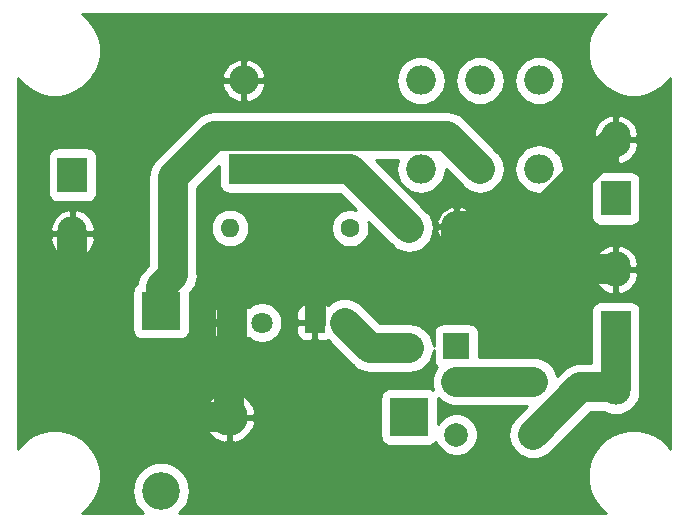
<source format=gbr>
G04 #@! TF.GenerationSoftware,KiCad,Pcbnew,(5.1.4)-1*
G04 #@! TF.CreationDate,2021-06-13T22:04:23-03:00*
G04 #@! TF.ProjectId,FUENTE,4655454e-5445-42e6-9b69-6361645f7063,rev?*
G04 #@! TF.SameCoordinates,Original*
G04 #@! TF.FileFunction,Copper,L1,Top*
G04 #@! TF.FilePolarity,Positive*
%FSLAX46Y46*%
G04 Gerber Fmt 4.6, Leading zero omitted, Abs format (unit mm)*
G04 Created by KiCad (PCBNEW (5.1.4)-1) date 2021-06-13 22:04:23*
%MOMM*%
%LPD*%
G04 APERTURE LIST*
%ADD10O,2.500000X3.000000*%
%ADD11R,2.500000X3.000000*%
%ADD12O,3.200000X3.200000*%
%ADD13R,3.200000X3.200000*%
%ADD14C,1.800000*%
%ADD15R,1.800000X1.800000*%
%ADD16C,2.000000*%
%ADD17O,2.500000X2.500000*%
%ADD18R,2.500000X2.500000*%
%ADD19O,1.600000X1.600000*%
%ADD20C,1.600000*%
%ADD21O,2.200000X2.200000*%
%ADD22R,2.200000X2.200000*%
%ADD23C,2.500000*%
%ADD24C,1.799800*%
%ADD25C,0.254000*%
G04 APERTURE END LIST*
D10*
X220500000Y-109500000D03*
D11*
X220500000Y-114500000D03*
D10*
X220500000Y-119500000D03*
D12*
X187760000Y-122000000D03*
D13*
X203000000Y-122000000D03*
D10*
X220500000Y-98500000D03*
D11*
X220500000Y-103500000D03*
D10*
X174500000Y-106500000D03*
D11*
X174500000Y-101500000D03*
D14*
X197540000Y-114000000D03*
D15*
X195000000Y-114000000D03*
D16*
X213500000Y-119000000D03*
X213500000Y-123500000D03*
X207000000Y-119000000D03*
X207000000Y-123500000D03*
D14*
X190540000Y-114000000D03*
D15*
X188000000Y-114000000D03*
D17*
X189000000Y-93500000D03*
X204000000Y-93500000D03*
X209000000Y-93500000D03*
X214000000Y-93500000D03*
X214000000Y-101000000D03*
X209000000Y-101000000D03*
X204000000Y-101000000D03*
D18*
X189000000Y-101000000D03*
D19*
X203000000Y-116160000D03*
D20*
X203000000Y-106000000D03*
D19*
X187840000Y-106000000D03*
D20*
X198000000Y-106000000D03*
D21*
X207000000Y-105840000D03*
D22*
X207000000Y-116000000D03*
D12*
X182000000Y-128240000D03*
D13*
X182000000Y-113000000D03*
D23*
X207000000Y-119000000D02*
X213500000Y-119000000D01*
X206199600Y-98199600D02*
X209000000Y-101000000D01*
X186510398Y-98199600D02*
X206199600Y-98199600D01*
X183000000Y-101709998D02*
X186510398Y-98199600D01*
X183000000Y-110000000D02*
X183000000Y-101709998D01*
X182000000Y-113000000D02*
X182000000Y-111000000D01*
X182000000Y-111000000D02*
X183000000Y-110000000D01*
X214375000Y-105840000D02*
X214375000Y-107125000D01*
X214375000Y-107125000D02*
X216750000Y-109500000D01*
X220500000Y-98500000D02*
X214375000Y-104625000D01*
X214375000Y-104625000D02*
X214375000Y-105840000D01*
X207000000Y-105840000D02*
X214375000Y-105840000D01*
X207000000Y-105840000D02*
X207000000Y-109440000D01*
X195000000Y-110600000D02*
X205840000Y-110600000D01*
X205840000Y-110600000D02*
X207000000Y-109440000D01*
X188000000Y-110600000D02*
X195000000Y-110600000D01*
X220500000Y-109500000D02*
X216750000Y-109500000D01*
X188000000Y-110600000D02*
X188000000Y-109763000D01*
D24*
X195000000Y-110950100D02*
X195000000Y-110600000D01*
D23*
X188000000Y-114000000D02*
X188000000Y-110600000D01*
X188000000Y-114527500D02*
X188000000Y-114000000D01*
X188000000Y-114527500D02*
X188000000Y-117400000D01*
D24*
X195000000Y-114000000D02*
X195000000Y-110950100D01*
D23*
X187760000Y-122000000D02*
X187760000Y-117900000D01*
X188000000Y-117400000D02*
X188000000Y-117660000D01*
X188000000Y-117660000D02*
X187760000Y-117900000D01*
X185497259Y-122000000D02*
X187760000Y-122000000D01*
X185009998Y-122000000D02*
X185497259Y-122000000D01*
X174500000Y-111490002D02*
X185009998Y-122000000D01*
X174500000Y-106500000D02*
X174500000Y-111490002D01*
X220500000Y-119500000D02*
X218625000Y-119500000D01*
X189000000Y-101000000D02*
X198000000Y-101000000D01*
X198000000Y-101000000D02*
X203000000Y-106000000D01*
X217500000Y-119500000D02*
X213500000Y-123500000D01*
X218625000Y-119500000D02*
X217500000Y-119500000D01*
X220500000Y-119500000D02*
X220500000Y-114500000D01*
X203000000Y-116160000D02*
X199700000Y-116160000D01*
X199700000Y-116160000D02*
X197540000Y-114000000D01*
D25*
G36*
X219527769Y-87987578D02*
G01*
X218987578Y-88527769D01*
X218563153Y-89162967D01*
X218270804Y-89868761D01*
X218121765Y-90618027D01*
X218121765Y-91381973D01*
X218270804Y-92131239D01*
X218563153Y-92837033D01*
X218987578Y-93472231D01*
X219527769Y-94012422D01*
X220162967Y-94436847D01*
X220868761Y-94729196D01*
X221618027Y-94878235D01*
X222381973Y-94878235D01*
X223131239Y-94729196D01*
X223837033Y-94436847D01*
X224472231Y-94012422D01*
X225012422Y-93472231D01*
X225123001Y-93306738D01*
X225123000Y-124693261D01*
X225012422Y-124527769D01*
X224472231Y-123987578D01*
X223837033Y-123563153D01*
X223131239Y-123270804D01*
X222381973Y-123121765D01*
X221618027Y-123121765D01*
X220868761Y-123270804D01*
X220162967Y-123563153D01*
X219527769Y-123987578D01*
X218987578Y-124527769D01*
X218563153Y-125162967D01*
X218270804Y-125868761D01*
X218121765Y-126618027D01*
X218121765Y-127381973D01*
X218270804Y-128131239D01*
X218563153Y-128837033D01*
X218987578Y-129472231D01*
X219527769Y-130012422D01*
X219693261Y-130123000D01*
X183531261Y-130123000D01*
X183724452Y-129964452D01*
X184027741Y-129594893D01*
X184253105Y-129173267D01*
X184391883Y-128715775D01*
X184438743Y-128240000D01*
X184391883Y-127764225D01*
X184253105Y-127306733D01*
X184027741Y-126885107D01*
X183724452Y-126515548D01*
X183354893Y-126212259D01*
X182933267Y-125986895D01*
X182475775Y-125848117D01*
X182119228Y-125813000D01*
X181880772Y-125813000D01*
X181524225Y-125848117D01*
X181066733Y-125986895D01*
X180645107Y-126212259D01*
X180275548Y-126515548D01*
X179972259Y-126885107D01*
X179746895Y-127306733D01*
X179608117Y-127764225D01*
X179561257Y-128240000D01*
X179608117Y-128715775D01*
X179746895Y-129173267D01*
X179972259Y-129594893D01*
X180275548Y-129964452D01*
X180468739Y-130123000D01*
X175306739Y-130123000D01*
X175472231Y-130012422D01*
X176012422Y-129472231D01*
X176436847Y-128837033D01*
X176729196Y-128131239D01*
X176878235Y-127381973D01*
X176878235Y-126618027D01*
X176729196Y-125868761D01*
X176436847Y-125162967D01*
X176012422Y-124527769D01*
X175472231Y-123987578D01*
X174837033Y-123563153D01*
X174131239Y-123270804D01*
X173381973Y-123121765D01*
X172618027Y-123121765D01*
X171868761Y-123270804D01*
X171162967Y-123563153D01*
X170527769Y-123987578D01*
X169987578Y-124527769D01*
X169877000Y-124693261D01*
X169877000Y-122474503D01*
X185575950Y-122474503D01*
X185680407Y-122818861D01*
X185880118Y-123208835D01*
X186152071Y-123552354D01*
X186485816Y-123836217D01*
X186868527Y-124049516D01*
X187285497Y-124184053D01*
X187633000Y-124072642D01*
X187633000Y-122127000D01*
X187887000Y-122127000D01*
X187887000Y-124072642D01*
X188234503Y-124184053D01*
X188651473Y-124049516D01*
X189034184Y-123836217D01*
X189367929Y-123552354D01*
X189639882Y-123208835D01*
X189839593Y-122818861D01*
X189944050Y-122474503D01*
X189832362Y-122127000D01*
X187887000Y-122127000D01*
X187633000Y-122127000D01*
X185687638Y-122127000D01*
X185575950Y-122474503D01*
X169877000Y-122474503D01*
X169877000Y-121525497D01*
X185575950Y-121525497D01*
X185687638Y-121873000D01*
X187633000Y-121873000D01*
X187633000Y-119927358D01*
X187887000Y-119927358D01*
X187887000Y-121873000D01*
X189832362Y-121873000D01*
X189944050Y-121525497D01*
X189839593Y-121181139D01*
X189639882Y-120791165D01*
X189367929Y-120447646D01*
X189034184Y-120163783D01*
X188651473Y-119950484D01*
X188234503Y-119815947D01*
X187887000Y-119927358D01*
X187633000Y-119927358D01*
X187285497Y-119815947D01*
X186868527Y-119950484D01*
X186485816Y-120163783D01*
X186152071Y-120447646D01*
X185880118Y-120791165D01*
X185680407Y-121181139D01*
X185575950Y-121525497D01*
X169877000Y-121525497D01*
X169877000Y-111400000D01*
X179568999Y-111400000D01*
X179568999Y-114600000D01*
X179584966Y-114762120D01*
X179632255Y-114918010D01*
X179709048Y-115061679D01*
X179812394Y-115187606D01*
X179938321Y-115290952D01*
X180081990Y-115367745D01*
X180237880Y-115415034D01*
X180400000Y-115431001D01*
X183600000Y-115431001D01*
X183762120Y-115415034D01*
X183918010Y-115367745D01*
X184061679Y-115290952D01*
X184187606Y-115187606D01*
X184290952Y-115061679D01*
X184367745Y-114918010D01*
X184373208Y-114900000D01*
X186461928Y-114900000D01*
X186474188Y-115024482D01*
X186510498Y-115144180D01*
X186569463Y-115254494D01*
X186648815Y-115351185D01*
X186745506Y-115430537D01*
X186855820Y-115489502D01*
X186975518Y-115525812D01*
X187100000Y-115538072D01*
X187714250Y-115535000D01*
X187873000Y-115376250D01*
X187873000Y-114127000D01*
X186623750Y-114127000D01*
X186465000Y-114285750D01*
X186461928Y-114900000D01*
X184373208Y-114900000D01*
X184415034Y-114762120D01*
X184431001Y-114600000D01*
X184431001Y-113100000D01*
X186461928Y-113100000D01*
X186465000Y-113714250D01*
X186623750Y-113873000D01*
X187873000Y-113873000D01*
X187873000Y-112623750D01*
X188127000Y-112623750D01*
X188127000Y-113873000D01*
X188147000Y-113873000D01*
X188147000Y-114127000D01*
X188127000Y-114127000D01*
X188127000Y-115376250D01*
X188285750Y-115535000D01*
X188900000Y-115538072D01*
X189024482Y-115525812D01*
X189144180Y-115489502D01*
X189254494Y-115430537D01*
X189351185Y-115351185D01*
X189395203Y-115297549D01*
X189439102Y-115341448D01*
X189721959Y-115530447D01*
X190036253Y-115660632D01*
X190369905Y-115727000D01*
X190710095Y-115727000D01*
X191043747Y-115660632D01*
X191358041Y-115530447D01*
X191640898Y-115341448D01*
X191881448Y-115100898D01*
X192015683Y-114900000D01*
X193461928Y-114900000D01*
X193474188Y-115024482D01*
X193510498Y-115144180D01*
X193569463Y-115254494D01*
X193648815Y-115351185D01*
X193745506Y-115430537D01*
X193855820Y-115489502D01*
X193975518Y-115525812D01*
X194100000Y-115538072D01*
X194714250Y-115535000D01*
X194873000Y-115376250D01*
X194873000Y-114127000D01*
X193623750Y-114127000D01*
X193465000Y-114285750D01*
X193461928Y-114900000D01*
X192015683Y-114900000D01*
X192070447Y-114818041D01*
X192200632Y-114503747D01*
X192267000Y-114170095D01*
X192267000Y-113829905D01*
X192200632Y-113496253D01*
X192070447Y-113181959D01*
X192015684Y-113100000D01*
X193461928Y-113100000D01*
X193465000Y-113714250D01*
X193623750Y-113873000D01*
X194873000Y-113873000D01*
X194873000Y-112623750D01*
X195127000Y-112623750D01*
X195127000Y-113873000D01*
X195147000Y-113873000D01*
X195147000Y-114127000D01*
X195127000Y-114127000D01*
X195127000Y-115376250D01*
X195285750Y-115535000D01*
X195900000Y-115538072D01*
X196024482Y-115525812D01*
X196104283Y-115501604D01*
X198159187Y-117556508D01*
X198224233Y-117635767D01*
X198540498Y-117895318D01*
X198901321Y-118088182D01*
X199292837Y-118206947D01*
X199597971Y-118237000D01*
X199597972Y-118237000D01*
X199699999Y-118247049D01*
X199802026Y-118237000D01*
X203102029Y-118237000D01*
X203407163Y-118206947D01*
X203798679Y-118088182D01*
X204159502Y-117895318D01*
X204475767Y-117635767D01*
X204735318Y-117319502D01*
X204928182Y-116958679D01*
X205046947Y-116567163D01*
X205068999Y-116343265D01*
X205068999Y-117100000D01*
X205084966Y-117262120D01*
X205132255Y-117418010D01*
X205209048Y-117561679D01*
X205312394Y-117687606D01*
X205358861Y-117725740D01*
X205264682Y-117840498D01*
X205071818Y-118201321D01*
X204953053Y-118592837D01*
X204912951Y-119000000D01*
X204953053Y-119407163D01*
X205041329Y-119698171D01*
X204918010Y-119632255D01*
X204762120Y-119584966D01*
X204600000Y-119568999D01*
X201400000Y-119568999D01*
X201237880Y-119584966D01*
X201081990Y-119632255D01*
X200938321Y-119709048D01*
X200812394Y-119812394D01*
X200709048Y-119938321D01*
X200632255Y-120081990D01*
X200584966Y-120237880D01*
X200568999Y-120400000D01*
X200568999Y-123600000D01*
X200584966Y-123762120D01*
X200632255Y-123918010D01*
X200709048Y-124061679D01*
X200812394Y-124187606D01*
X200938321Y-124290952D01*
X201081990Y-124367745D01*
X201237880Y-124415034D01*
X201400000Y-124431001D01*
X204600000Y-124431001D01*
X204762120Y-124415034D01*
X204918010Y-124367745D01*
X205061679Y-124290952D01*
X205187606Y-124187606D01*
X205267142Y-124090691D01*
X205380934Y-124365409D01*
X205580876Y-124664645D01*
X205835355Y-124919124D01*
X206134591Y-125119066D01*
X206467084Y-125256789D01*
X206820056Y-125327000D01*
X207179944Y-125327000D01*
X207532916Y-125256789D01*
X207865409Y-125119066D01*
X208164645Y-124919124D01*
X208419124Y-124664645D01*
X208619066Y-124365409D01*
X208756789Y-124032916D01*
X208827000Y-123679944D01*
X208827000Y-123320056D01*
X208756789Y-122967084D01*
X208619066Y-122634591D01*
X208419124Y-122335355D01*
X208164645Y-122080876D01*
X207865409Y-121880934D01*
X207532916Y-121743211D01*
X207179944Y-121673000D01*
X206820056Y-121673000D01*
X206467084Y-121743211D01*
X206134591Y-121880934D01*
X205835355Y-122080876D01*
X205580876Y-122335355D01*
X205431001Y-122559660D01*
X205431001Y-120400000D01*
X205426766Y-120357003D01*
X205524233Y-120475767D01*
X205840498Y-120735318D01*
X206201321Y-120928182D01*
X206592837Y-121046947D01*
X206897971Y-121077000D01*
X212985679Y-121077000D01*
X211959194Y-122103485D01*
X211764683Y-122340498D01*
X211571819Y-122701321D01*
X211453054Y-123092837D01*
X211412951Y-123500000D01*
X211453054Y-123907163D01*
X211571819Y-124298679D01*
X211764683Y-124659502D01*
X212024234Y-124975766D01*
X212340498Y-125235317D01*
X212701321Y-125428181D01*
X213092837Y-125546946D01*
X213500000Y-125587049D01*
X213907163Y-125546946D01*
X214298679Y-125428181D01*
X214659502Y-125235317D01*
X214896515Y-125040806D01*
X218360322Y-121577000D01*
X219512024Y-121577000D01*
X219701322Y-121678182D01*
X220092838Y-121796947D01*
X220500000Y-121837049D01*
X220907163Y-121796947D01*
X221298679Y-121678182D01*
X221659502Y-121485318D01*
X221975767Y-121225767D01*
X222235318Y-120909502D01*
X222428182Y-120548678D01*
X222546947Y-120157162D01*
X222577000Y-119852028D01*
X222577000Y-119602028D01*
X222587049Y-119500000D01*
X222577000Y-119397971D01*
X222577000Y-116040624D01*
X222581001Y-116000000D01*
X222581001Y-113000000D01*
X222565034Y-112837880D01*
X222517745Y-112681990D01*
X222440952Y-112538321D01*
X222337606Y-112412394D01*
X222211679Y-112309048D01*
X222068010Y-112232255D01*
X221912120Y-112184966D01*
X221750000Y-112168999D01*
X219250000Y-112168999D01*
X219087880Y-112184966D01*
X218931990Y-112232255D01*
X218788321Y-112309048D01*
X218662394Y-112412394D01*
X218559048Y-112538321D01*
X218482255Y-112681990D01*
X218434966Y-112837880D01*
X218418999Y-113000000D01*
X218418999Y-116000000D01*
X218423001Y-116040631D01*
X218423000Y-117423000D01*
X217602026Y-117423000D01*
X217499999Y-117412951D01*
X217397972Y-117423000D01*
X217397971Y-117423000D01*
X217092837Y-117453053D01*
X216701321Y-117571818D01*
X216340498Y-117764682D01*
X216024233Y-118024233D01*
X215959192Y-118103486D01*
X215529001Y-118533677D01*
X215428182Y-118201321D01*
X215235318Y-117840498D01*
X214975767Y-117524233D01*
X214659502Y-117264682D01*
X214298679Y-117071818D01*
X213907163Y-116953053D01*
X213602029Y-116923000D01*
X208931001Y-116923000D01*
X208931001Y-114900000D01*
X208915034Y-114737880D01*
X208867745Y-114581990D01*
X208790952Y-114438321D01*
X208687606Y-114312394D01*
X208561679Y-114209048D01*
X208418010Y-114132255D01*
X208262120Y-114084966D01*
X208100000Y-114068999D01*
X205900000Y-114068999D01*
X205737880Y-114084966D01*
X205581990Y-114132255D01*
X205438321Y-114209048D01*
X205312394Y-114312394D01*
X205209048Y-114438321D01*
X205132255Y-114581990D01*
X205084966Y-114737880D01*
X205068999Y-114900000D01*
X205068999Y-115976735D01*
X205046947Y-115752837D01*
X204928182Y-115361321D01*
X204735318Y-115000498D01*
X204475767Y-114684233D01*
X204159502Y-114424682D01*
X203798679Y-114231818D01*
X203407163Y-114113053D01*
X203102029Y-114083000D01*
X200560321Y-114083000D01*
X198936515Y-112459194D01*
X198699502Y-112264683D01*
X198338679Y-112071819D01*
X197947163Y-111953054D01*
X197540000Y-111912951D01*
X197132837Y-111953054D01*
X196741321Y-112071819D01*
X196380498Y-112264683D01*
X196098030Y-112496498D01*
X196024482Y-112474188D01*
X195900000Y-112461928D01*
X195285750Y-112465000D01*
X195127000Y-112623750D01*
X194873000Y-112623750D01*
X194714250Y-112465000D01*
X194100000Y-112461928D01*
X193975518Y-112474188D01*
X193855820Y-112510498D01*
X193745506Y-112569463D01*
X193648815Y-112648815D01*
X193569463Y-112745506D01*
X193510498Y-112855820D01*
X193474188Y-112975518D01*
X193461928Y-113100000D01*
X192015684Y-113100000D01*
X191881448Y-112899102D01*
X191640898Y-112658552D01*
X191358041Y-112469553D01*
X191043747Y-112339368D01*
X190710095Y-112273000D01*
X190369905Y-112273000D01*
X190036253Y-112339368D01*
X189721959Y-112469553D01*
X189439102Y-112658552D01*
X189395203Y-112702451D01*
X189351185Y-112648815D01*
X189254494Y-112569463D01*
X189144180Y-112510498D01*
X189024482Y-112474188D01*
X188900000Y-112461928D01*
X188285750Y-112465000D01*
X188127000Y-112623750D01*
X187873000Y-112623750D01*
X187714250Y-112465000D01*
X187100000Y-112461928D01*
X186975518Y-112474188D01*
X186855820Y-112510498D01*
X186745506Y-112569463D01*
X186648815Y-112648815D01*
X186569463Y-112745506D01*
X186510498Y-112855820D01*
X186474188Y-112975518D01*
X186461928Y-113100000D01*
X184431001Y-113100000D01*
X184431001Y-111512505D01*
X184475767Y-111475767D01*
X184735318Y-111159502D01*
X184928182Y-110798679D01*
X184978684Y-110632195D01*
X185046947Y-110407164D01*
X185087050Y-110000000D01*
X185079569Y-109924040D01*
X218614882Y-109924040D01*
X218685058Y-110288464D01*
X218824981Y-110632195D01*
X219029274Y-110942024D01*
X219290086Y-111206044D01*
X219597394Y-111414109D01*
X219939389Y-111558223D01*
X220080355Y-111587695D01*
X220373000Y-111471572D01*
X220373000Y-109627000D01*
X220627000Y-109627000D01*
X220627000Y-111471572D01*
X220919645Y-111587695D01*
X221060611Y-111558223D01*
X221402606Y-111414109D01*
X221709914Y-111206044D01*
X221970726Y-110942024D01*
X222175019Y-110632195D01*
X222314942Y-110288464D01*
X222385118Y-109924040D01*
X222230385Y-109627000D01*
X220627000Y-109627000D01*
X220373000Y-109627000D01*
X218769615Y-109627000D01*
X218614882Y-109924040D01*
X185079569Y-109924040D01*
X185077000Y-109897963D01*
X185077000Y-109075960D01*
X218614882Y-109075960D01*
X218769615Y-109373000D01*
X220373000Y-109373000D01*
X220373000Y-107528428D01*
X220627000Y-107528428D01*
X220627000Y-109373000D01*
X222230385Y-109373000D01*
X222385118Y-109075960D01*
X222314942Y-108711536D01*
X222175019Y-108367805D01*
X221970726Y-108057976D01*
X221709914Y-107793956D01*
X221402606Y-107585891D01*
X221060611Y-107441777D01*
X220919645Y-107412305D01*
X220627000Y-107528428D01*
X220373000Y-107528428D01*
X220080355Y-107412305D01*
X219939389Y-107441777D01*
X219597394Y-107585891D01*
X219290086Y-107793956D01*
X219029274Y-108057976D01*
X218824981Y-108367805D01*
X218685058Y-108711536D01*
X218614882Y-109075960D01*
X185077000Y-109075960D01*
X185077000Y-106000000D01*
X186205128Y-106000000D01*
X186236542Y-106318948D01*
X186329575Y-106625638D01*
X186480654Y-106908286D01*
X186683971Y-107156029D01*
X186931714Y-107359346D01*
X187214362Y-107510425D01*
X187521052Y-107603458D01*
X187760075Y-107627000D01*
X187919925Y-107627000D01*
X188158948Y-107603458D01*
X188465638Y-107510425D01*
X188748286Y-107359346D01*
X188996029Y-107156029D01*
X189199346Y-106908286D01*
X189350425Y-106625638D01*
X189443458Y-106318948D01*
X189474872Y-106000000D01*
X189443458Y-105681052D01*
X189350425Y-105374362D01*
X189199346Y-105091714D01*
X188996029Y-104843971D01*
X188748286Y-104640654D01*
X188465638Y-104489575D01*
X188158948Y-104396542D01*
X187919925Y-104373000D01*
X187760075Y-104373000D01*
X187521052Y-104396542D01*
X187214362Y-104489575D01*
X186931714Y-104640654D01*
X186683971Y-104843971D01*
X186480654Y-105091714D01*
X186329575Y-105374362D01*
X186236542Y-105681052D01*
X186205128Y-106000000D01*
X185077000Y-106000000D01*
X185077000Y-102570319D01*
X186918999Y-100728320D01*
X186918999Y-100938594D01*
X186912951Y-101000000D01*
X186918999Y-101061406D01*
X186918999Y-102250000D01*
X186934966Y-102412120D01*
X186982255Y-102568010D01*
X187059048Y-102711679D01*
X187162394Y-102837606D01*
X187288321Y-102940952D01*
X187431990Y-103017745D01*
X187587880Y-103065034D01*
X187750000Y-103081001D01*
X190250000Y-103081001D01*
X190290624Y-103077000D01*
X197139679Y-103077000D01*
X198514910Y-104452231D01*
X198474578Y-104435525D01*
X198160245Y-104373000D01*
X197839755Y-104373000D01*
X197525422Y-104435525D01*
X197229327Y-104558172D01*
X196962848Y-104736227D01*
X196736227Y-104962848D01*
X196558172Y-105229327D01*
X196435525Y-105525422D01*
X196373000Y-105839755D01*
X196373000Y-106160245D01*
X196435525Y-106474578D01*
X196558172Y-106770673D01*
X196736227Y-107037152D01*
X196962848Y-107263773D01*
X197229327Y-107441828D01*
X197525422Y-107564475D01*
X197839755Y-107627000D01*
X198160245Y-107627000D01*
X198474578Y-107564475D01*
X198770673Y-107441828D01*
X199037152Y-107263773D01*
X199263773Y-107037152D01*
X199441828Y-106770673D01*
X199564475Y-106474578D01*
X199627000Y-106160245D01*
X199627000Y-105839755D01*
X199564475Y-105525422D01*
X199547769Y-105485091D01*
X201603484Y-107540806D01*
X201840497Y-107735317D01*
X202201320Y-107928182D01*
X202592836Y-108046946D01*
X203000000Y-108087049D01*
X203407163Y-108046946D01*
X203798679Y-107928182D01*
X204159502Y-107735317D01*
X204475766Y-107475766D01*
X204735317Y-107159502D01*
X204928182Y-106798679D01*
X205046946Y-106407163D01*
X205063792Y-106236123D01*
X205310821Y-106236123D01*
X205420558Y-106558054D01*
X205590992Y-106852391D01*
X205815573Y-107107822D01*
X206085671Y-107314531D01*
X206390906Y-107464575D01*
X206603878Y-107529175D01*
X206873000Y-107411125D01*
X206873000Y-105967000D01*
X207127000Y-105967000D01*
X207127000Y-107411125D01*
X207396122Y-107529175D01*
X207609094Y-107464575D01*
X207914329Y-107314531D01*
X208184427Y-107107822D01*
X208409008Y-106852391D01*
X208579442Y-106558054D01*
X208689179Y-106236123D01*
X208571600Y-105967000D01*
X207127000Y-105967000D01*
X206873000Y-105967000D01*
X205428400Y-105967000D01*
X205310821Y-106236123D01*
X205063792Y-106236123D01*
X205087049Y-106000000D01*
X205046946Y-105592836D01*
X205001761Y-105443877D01*
X205310821Y-105443877D01*
X205428400Y-105713000D01*
X206873000Y-105713000D01*
X206873000Y-104268875D01*
X207127000Y-104268875D01*
X207127000Y-105713000D01*
X208571600Y-105713000D01*
X208689179Y-105443877D01*
X208579442Y-105121946D01*
X208409008Y-104827609D01*
X208184427Y-104572178D01*
X207914329Y-104365469D01*
X207609094Y-104215425D01*
X207396122Y-104150825D01*
X207127000Y-104268875D01*
X206873000Y-104268875D01*
X206603878Y-104150825D01*
X206390906Y-104215425D01*
X206085671Y-104365469D01*
X205815573Y-104572178D01*
X205590992Y-104827609D01*
X205420558Y-105121946D01*
X205310821Y-105443877D01*
X205001761Y-105443877D01*
X204928182Y-105201320D01*
X204735317Y-104840497D01*
X204540806Y-104603484D01*
X200213921Y-100276600D01*
X202048982Y-100276600D01*
X201953053Y-100592837D01*
X201912951Y-101000000D01*
X201953053Y-101407163D01*
X202071818Y-101798679D01*
X202264682Y-102159502D01*
X202524233Y-102475767D01*
X202840498Y-102735318D01*
X203201321Y-102928182D01*
X203592837Y-103046947D01*
X203897971Y-103077000D01*
X204102029Y-103077000D01*
X204407163Y-103046947D01*
X204798679Y-102928182D01*
X205159502Y-102735318D01*
X205475767Y-102475767D01*
X205735318Y-102159502D01*
X205928182Y-101798679D01*
X206046947Y-101407163D01*
X206084864Y-101022185D01*
X207459192Y-102396514D01*
X207524233Y-102475767D01*
X207603484Y-102540806D01*
X207840497Y-102735318D01*
X208201321Y-102928182D01*
X208592836Y-103046947D01*
X209000000Y-103087049D01*
X209102029Y-103077000D01*
X209407163Y-103046947D01*
X209798679Y-102928182D01*
X210159502Y-102735318D01*
X210475767Y-102475767D01*
X210735318Y-102159502D01*
X210928182Y-101798679D01*
X211046947Y-101407163D01*
X211087049Y-101000000D01*
X211912951Y-101000000D01*
X211953053Y-101407163D01*
X212071818Y-101798679D01*
X212264682Y-102159502D01*
X212524233Y-102475767D01*
X212840498Y-102735318D01*
X213201321Y-102928182D01*
X213592837Y-103046947D01*
X213897971Y-103077000D01*
X214102029Y-103077000D01*
X214407163Y-103046947D01*
X214798679Y-102928182D01*
X215159502Y-102735318D01*
X215475767Y-102475767D01*
X215735318Y-102159502D01*
X215820573Y-102000000D01*
X218418999Y-102000000D01*
X218418999Y-105000000D01*
X218434966Y-105162120D01*
X218482255Y-105318010D01*
X218559048Y-105461679D01*
X218662394Y-105587606D01*
X218788321Y-105690952D01*
X218931990Y-105767745D01*
X219087880Y-105815034D01*
X219250000Y-105831001D01*
X221750000Y-105831001D01*
X221912120Y-105815034D01*
X222068010Y-105767745D01*
X222211679Y-105690952D01*
X222337606Y-105587606D01*
X222440952Y-105461679D01*
X222517745Y-105318010D01*
X222565034Y-105162120D01*
X222581001Y-105000000D01*
X222581001Y-102000000D01*
X222565034Y-101837880D01*
X222517745Y-101681990D01*
X222440952Y-101538321D01*
X222337606Y-101412394D01*
X222211679Y-101309048D01*
X222068010Y-101232255D01*
X221912120Y-101184966D01*
X221750000Y-101168999D01*
X219250000Y-101168999D01*
X219087880Y-101184966D01*
X218931990Y-101232255D01*
X218788321Y-101309048D01*
X218662394Y-101412394D01*
X218559048Y-101538321D01*
X218482255Y-101681990D01*
X218434966Y-101837880D01*
X218418999Y-102000000D01*
X215820573Y-102000000D01*
X215928182Y-101798679D01*
X216046947Y-101407163D01*
X216087049Y-101000000D01*
X216046947Y-100592837D01*
X215928182Y-100201321D01*
X215735318Y-99840498D01*
X215475767Y-99524233D01*
X215159502Y-99264682D01*
X214798679Y-99071818D01*
X214407163Y-98953053D01*
X214112589Y-98924040D01*
X218614882Y-98924040D01*
X218685058Y-99288464D01*
X218824981Y-99632195D01*
X219029274Y-99942024D01*
X219290086Y-100206044D01*
X219597394Y-100414109D01*
X219939389Y-100558223D01*
X220080355Y-100587695D01*
X220373000Y-100471572D01*
X220373000Y-98627000D01*
X220627000Y-98627000D01*
X220627000Y-100471572D01*
X220919645Y-100587695D01*
X221060611Y-100558223D01*
X221402606Y-100414109D01*
X221709914Y-100206044D01*
X221970726Y-99942024D01*
X222175019Y-99632195D01*
X222314942Y-99288464D01*
X222385118Y-98924040D01*
X222230385Y-98627000D01*
X220627000Y-98627000D01*
X220373000Y-98627000D01*
X218769615Y-98627000D01*
X218614882Y-98924040D01*
X214112589Y-98924040D01*
X214102029Y-98923000D01*
X213897971Y-98923000D01*
X213592837Y-98953053D01*
X213201321Y-99071818D01*
X212840498Y-99264682D01*
X212524233Y-99524233D01*
X212264682Y-99840498D01*
X212071818Y-100201321D01*
X211953053Y-100592837D01*
X211912951Y-101000000D01*
X211087049Y-101000000D01*
X211046947Y-100592837D01*
X210992731Y-100414109D01*
X210928182Y-100201321D01*
X210735318Y-99840497D01*
X210599799Y-99675367D01*
X210475767Y-99524233D01*
X210396514Y-99459192D01*
X209013282Y-98075960D01*
X218614882Y-98075960D01*
X218769615Y-98373000D01*
X220373000Y-98373000D01*
X220373000Y-96528428D01*
X220627000Y-96528428D01*
X220627000Y-98373000D01*
X222230385Y-98373000D01*
X222385118Y-98075960D01*
X222314942Y-97711536D01*
X222175019Y-97367805D01*
X221970726Y-97057976D01*
X221709914Y-96793956D01*
X221402606Y-96585891D01*
X221060611Y-96441777D01*
X220919645Y-96412305D01*
X220627000Y-96528428D01*
X220373000Y-96528428D01*
X220080355Y-96412305D01*
X219939389Y-96441777D01*
X219597394Y-96585891D01*
X219290086Y-96793956D01*
X219029274Y-97057976D01*
X218824981Y-97367805D01*
X218685058Y-97711536D01*
X218614882Y-98075960D01*
X209013282Y-98075960D01*
X207740412Y-96803091D01*
X207675367Y-96723833D01*
X207359102Y-96464282D01*
X206998279Y-96271418D01*
X206606763Y-96152653D01*
X206301629Y-96122600D01*
X206301627Y-96122600D01*
X206199600Y-96112551D01*
X206097573Y-96122600D01*
X186612424Y-96122600D01*
X186510397Y-96112551D01*
X186408370Y-96122600D01*
X186408369Y-96122600D01*
X186103235Y-96152653D01*
X185711719Y-96271418D01*
X185350896Y-96464282D01*
X185034631Y-96723833D01*
X184969585Y-96803092D01*
X181603487Y-100169190D01*
X181524234Y-100234231D01*
X181329454Y-100471572D01*
X181264683Y-100550496D01*
X181071819Y-100911319D01*
X180953054Y-101302835D01*
X180912951Y-101709998D01*
X180923001Y-101812035D01*
X180923000Y-109139679D01*
X180603487Y-109459192D01*
X180524234Y-109524233D01*
X180459194Y-109603485D01*
X180264683Y-109840498D01*
X180071819Y-110201321D01*
X179953054Y-110592837D01*
X179941791Y-110707193D01*
X179938321Y-110709048D01*
X179812394Y-110812394D01*
X179709048Y-110938321D01*
X179632255Y-111081990D01*
X179584966Y-111237880D01*
X179568999Y-111400000D01*
X169877000Y-111400000D01*
X169877000Y-106924040D01*
X172614882Y-106924040D01*
X172685058Y-107288464D01*
X172824981Y-107632195D01*
X173029274Y-107942024D01*
X173290086Y-108206044D01*
X173597394Y-108414109D01*
X173939389Y-108558223D01*
X174080355Y-108587695D01*
X174373000Y-108471572D01*
X174373000Y-106627000D01*
X174627000Y-106627000D01*
X174627000Y-108471572D01*
X174919645Y-108587695D01*
X175060611Y-108558223D01*
X175402606Y-108414109D01*
X175709914Y-108206044D01*
X175970726Y-107942024D01*
X176175019Y-107632195D01*
X176314942Y-107288464D01*
X176385118Y-106924040D01*
X176230385Y-106627000D01*
X174627000Y-106627000D01*
X174373000Y-106627000D01*
X172769615Y-106627000D01*
X172614882Y-106924040D01*
X169877000Y-106924040D01*
X169877000Y-106075960D01*
X172614882Y-106075960D01*
X172769615Y-106373000D01*
X174373000Y-106373000D01*
X174373000Y-104528428D01*
X174627000Y-104528428D01*
X174627000Y-106373000D01*
X176230385Y-106373000D01*
X176385118Y-106075960D01*
X176314942Y-105711536D01*
X176175019Y-105367805D01*
X175970726Y-105057976D01*
X175709914Y-104793956D01*
X175402606Y-104585891D01*
X175060611Y-104441777D01*
X174919645Y-104412305D01*
X174627000Y-104528428D01*
X174373000Y-104528428D01*
X174080355Y-104412305D01*
X173939389Y-104441777D01*
X173597394Y-104585891D01*
X173290086Y-104793956D01*
X173029274Y-105057976D01*
X172824981Y-105367805D01*
X172685058Y-105711536D01*
X172614882Y-106075960D01*
X169877000Y-106075960D01*
X169877000Y-100000000D01*
X172418999Y-100000000D01*
X172418999Y-103000000D01*
X172434966Y-103162120D01*
X172482255Y-103318010D01*
X172559048Y-103461679D01*
X172662394Y-103587606D01*
X172788321Y-103690952D01*
X172931990Y-103767745D01*
X173087880Y-103815034D01*
X173250000Y-103831001D01*
X175750000Y-103831001D01*
X175912120Y-103815034D01*
X176068010Y-103767745D01*
X176211679Y-103690952D01*
X176337606Y-103587606D01*
X176440952Y-103461679D01*
X176517745Y-103318010D01*
X176565034Y-103162120D01*
X176581001Y-103000000D01*
X176581001Y-100000000D01*
X176565034Y-99837880D01*
X176517745Y-99681990D01*
X176440952Y-99538321D01*
X176337606Y-99412394D01*
X176211679Y-99309048D01*
X176068010Y-99232255D01*
X175912120Y-99184966D01*
X175750000Y-99168999D01*
X173250000Y-99168999D01*
X173087880Y-99184966D01*
X172931990Y-99232255D01*
X172788321Y-99309048D01*
X172662394Y-99412394D01*
X172559048Y-99538321D01*
X172482255Y-99681990D01*
X172434966Y-99837880D01*
X172418999Y-100000000D01*
X169877000Y-100000000D01*
X169877000Y-93306739D01*
X169987578Y-93472231D01*
X170527769Y-94012422D01*
X171162967Y-94436847D01*
X171868761Y-94729196D01*
X172618027Y-94878235D01*
X173381973Y-94878235D01*
X174131239Y-94729196D01*
X174837033Y-94436847D01*
X175472231Y-94012422D01*
X175565007Y-93919646D01*
X187162301Y-93919646D01*
X187279481Y-94270100D01*
X187462779Y-94590959D01*
X187705152Y-94869893D01*
X187997285Y-95096183D01*
X188327952Y-95261133D01*
X188580355Y-95337695D01*
X188873000Y-95221572D01*
X188873000Y-93627000D01*
X189127000Y-93627000D01*
X189127000Y-95221572D01*
X189419645Y-95337695D01*
X189672048Y-95261133D01*
X190002715Y-95096183D01*
X190294848Y-94869893D01*
X190537221Y-94590959D01*
X190720519Y-94270100D01*
X190837699Y-93919646D01*
X190721971Y-93627000D01*
X189127000Y-93627000D01*
X188873000Y-93627000D01*
X187278029Y-93627000D01*
X187162301Y-93919646D01*
X175565007Y-93919646D01*
X175984653Y-93500000D01*
X201912951Y-93500000D01*
X201953053Y-93907163D01*
X202071818Y-94298679D01*
X202264682Y-94659502D01*
X202524233Y-94975767D01*
X202840498Y-95235318D01*
X203201321Y-95428182D01*
X203592837Y-95546947D01*
X203897971Y-95577000D01*
X204102029Y-95577000D01*
X204407163Y-95546947D01*
X204798679Y-95428182D01*
X205159502Y-95235318D01*
X205475767Y-94975767D01*
X205735318Y-94659502D01*
X205928182Y-94298679D01*
X206046947Y-93907163D01*
X206087049Y-93500000D01*
X206912951Y-93500000D01*
X206953053Y-93907163D01*
X207071818Y-94298679D01*
X207264682Y-94659502D01*
X207524233Y-94975767D01*
X207840498Y-95235318D01*
X208201321Y-95428182D01*
X208592837Y-95546947D01*
X208897971Y-95577000D01*
X209102029Y-95577000D01*
X209407163Y-95546947D01*
X209798679Y-95428182D01*
X210159502Y-95235318D01*
X210475767Y-94975767D01*
X210735318Y-94659502D01*
X210928182Y-94298679D01*
X211046947Y-93907163D01*
X211087049Y-93500000D01*
X211912951Y-93500000D01*
X211953053Y-93907163D01*
X212071818Y-94298679D01*
X212264682Y-94659502D01*
X212524233Y-94975767D01*
X212840498Y-95235318D01*
X213201321Y-95428182D01*
X213592837Y-95546947D01*
X213897971Y-95577000D01*
X214102029Y-95577000D01*
X214407163Y-95546947D01*
X214798679Y-95428182D01*
X215159502Y-95235318D01*
X215475767Y-94975767D01*
X215735318Y-94659502D01*
X215928182Y-94298679D01*
X216046947Y-93907163D01*
X216087049Y-93500000D01*
X216046947Y-93092837D01*
X215928182Y-92701321D01*
X215735318Y-92340498D01*
X215475767Y-92024233D01*
X215159502Y-91764682D01*
X214798679Y-91571818D01*
X214407163Y-91453053D01*
X214102029Y-91423000D01*
X213897971Y-91423000D01*
X213592837Y-91453053D01*
X213201321Y-91571818D01*
X212840498Y-91764682D01*
X212524233Y-92024233D01*
X212264682Y-92340498D01*
X212071818Y-92701321D01*
X211953053Y-93092837D01*
X211912951Y-93500000D01*
X211087049Y-93500000D01*
X211046947Y-93092837D01*
X210928182Y-92701321D01*
X210735318Y-92340498D01*
X210475767Y-92024233D01*
X210159502Y-91764682D01*
X209798679Y-91571818D01*
X209407163Y-91453053D01*
X209102029Y-91423000D01*
X208897971Y-91423000D01*
X208592837Y-91453053D01*
X208201321Y-91571818D01*
X207840498Y-91764682D01*
X207524233Y-92024233D01*
X207264682Y-92340498D01*
X207071818Y-92701321D01*
X206953053Y-93092837D01*
X206912951Y-93500000D01*
X206087049Y-93500000D01*
X206046947Y-93092837D01*
X205928182Y-92701321D01*
X205735318Y-92340498D01*
X205475767Y-92024233D01*
X205159502Y-91764682D01*
X204798679Y-91571818D01*
X204407163Y-91453053D01*
X204102029Y-91423000D01*
X203897971Y-91423000D01*
X203592837Y-91453053D01*
X203201321Y-91571818D01*
X202840498Y-91764682D01*
X202524233Y-92024233D01*
X202264682Y-92340498D01*
X202071818Y-92701321D01*
X201953053Y-93092837D01*
X201912951Y-93500000D01*
X175984653Y-93500000D01*
X176012422Y-93472231D01*
X176274265Y-93080354D01*
X187162301Y-93080354D01*
X187278029Y-93373000D01*
X188873000Y-93373000D01*
X188873000Y-91778428D01*
X189127000Y-91778428D01*
X189127000Y-93373000D01*
X190721971Y-93373000D01*
X190837699Y-93080354D01*
X190720519Y-92729900D01*
X190537221Y-92409041D01*
X190294848Y-92130107D01*
X190002715Y-91903817D01*
X189672048Y-91738867D01*
X189419645Y-91662305D01*
X189127000Y-91778428D01*
X188873000Y-91778428D01*
X188580355Y-91662305D01*
X188327952Y-91738867D01*
X187997285Y-91903817D01*
X187705152Y-92130107D01*
X187462779Y-92409041D01*
X187279481Y-92729900D01*
X187162301Y-93080354D01*
X176274265Y-93080354D01*
X176436847Y-92837033D01*
X176729196Y-92131239D01*
X176878235Y-91381973D01*
X176878235Y-90618027D01*
X176729196Y-89868761D01*
X176436847Y-89162967D01*
X176012422Y-88527769D01*
X175472231Y-87987578D01*
X175306739Y-87877000D01*
X219693261Y-87877000D01*
X219527769Y-87987578D01*
X219527769Y-87987578D01*
G37*
X219527769Y-87987578D02*
X218987578Y-88527769D01*
X218563153Y-89162967D01*
X218270804Y-89868761D01*
X218121765Y-90618027D01*
X218121765Y-91381973D01*
X218270804Y-92131239D01*
X218563153Y-92837033D01*
X218987578Y-93472231D01*
X219527769Y-94012422D01*
X220162967Y-94436847D01*
X220868761Y-94729196D01*
X221618027Y-94878235D01*
X222381973Y-94878235D01*
X223131239Y-94729196D01*
X223837033Y-94436847D01*
X224472231Y-94012422D01*
X225012422Y-93472231D01*
X225123001Y-93306738D01*
X225123000Y-124693261D01*
X225012422Y-124527769D01*
X224472231Y-123987578D01*
X223837033Y-123563153D01*
X223131239Y-123270804D01*
X222381973Y-123121765D01*
X221618027Y-123121765D01*
X220868761Y-123270804D01*
X220162967Y-123563153D01*
X219527769Y-123987578D01*
X218987578Y-124527769D01*
X218563153Y-125162967D01*
X218270804Y-125868761D01*
X218121765Y-126618027D01*
X218121765Y-127381973D01*
X218270804Y-128131239D01*
X218563153Y-128837033D01*
X218987578Y-129472231D01*
X219527769Y-130012422D01*
X219693261Y-130123000D01*
X183531261Y-130123000D01*
X183724452Y-129964452D01*
X184027741Y-129594893D01*
X184253105Y-129173267D01*
X184391883Y-128715775D01*
X184438743Y-128240000D01*
X184391883Y-127764225D01*
X184253105Y-127306733D01*
X184027741Y-126885107D01*
X183724452Y-126515548D01*
X183354893Y-126212259D01*
X182933267Y-125986895D01*
X182475775Y-125848117D01*
X182119228Y-125813000D01*
X181880772Y-125813000D01*
X181524225Y-125848117D01*
X181066733Y-125986895D01*
X180645107Y-126212259D01*
X180275548Y-126515548D01*
X179972259Y-126885107D01*
X179746895Y-127306733D01*
X179608117Y-127764225D01*
X179561257Y-128240000D01*
X179608117Y-128715775D01*
X179746895Y-129173267D01*
X179972259Y-129594893D01*
X180275548Y-129964452D01*
X180468739Y-130123000D01*
X175306739Y-130123000D01*
X175472231Y-130012422D01*
X176012422Y-129472231D01*
X176436847Y-128837033D01*
X176729196Y-128131239D01*
X176878235Y-127381973D01*
X176878235Y-126618027D01*
X176729196Y-125868761D01*
X176436847Y-125162967D01*
X176012422Y-124527769D01*
X175472231Y-123987578D01*
X174837033Y-123563153D01*
X174131239Y-123270804D01*
X173381973Y-123121765D01*
X172618027Y-123121765D01*
X171868761Y-123270804D01*
X171162967Y-123563153D01*
X170527769Y-123987578D01*
X169987578Y-124527769D01*
X169877000Y-124693261D01*
X169877000Y-122474503D01*
X185575950Y-122474503D01*
X185680407Y-122818861D01*
X185880118Y-123208835D01*
X186152071Y-123552354D01*
X186485816Y-123836217D01*
X186868527Y-124049516D01*
X187285497Y-124184053D01*
X187633000Y-124072642D01*
X187633000Y-122127000D01*
X187887000Y-122127000D01*
X187887000Y-124072642D01*
X188234503Y-124184053D01*
X188651473Y-124049516D01*
X189034184Y-123836217D01*
X189367929Y-123552354D01*
X189639882Y-123208835D01*
X189839593Y-122818861D01*
X189944050Y-122474503D01*
X189832362Y-122127000D01*
X187887000Y-122127000D01*
X187633000Y-122127000D01*
X185687638Y-122127000D01*
X185575950Y-122474503D01*
X169877000Y-122474503D01*
X169877000Y-121525497D01*
X185575950Y-121525497D01*
X185687638Y-121873000D01*
X187633000Y-121873000D01*
X187633000Y-119927358D01*
X187887000Y-119927358D01*
X187887000Y-121873000D01*
X189832362Y-121873000D01*
X189944050Y-121525497D01*
X189839593Y-121181139D01*
X189639882Y-120791165D01*
X189367929Y-120447646D01*
X189034184Y-120163783D01*
X188651473Y-119950484D01*
X188234503Y-119815947D01*
X187887000Y-119927358D01*
X187633000Y-119927358D01*
X187285497Y-119815947D01*
X186868527Y-119950484D01*
X186485816Y-120163783D01*
X186152071Y-120447646D01*
X185880118Y-120791165D01*
X185680407Y-121181139D01*
X185575950Y-121525497D01*
X169877000Y-121525497D01*
X169877000Y-111400000D01*
X179568999Y-111400000D01*
X179568999Y-114600000D01*
X179584966Y-114762120D01*
X179632255Y-114918010D01*
X179709048Y-115061679D01*
X179812394Y-115187606D01*
X179938321Y-115290952D01*
X180081990Y-115367745D01*
X180237880Y-115415034D01*
X180400000Y-115431001D01*
X183600000Y-115431001D01*
X183762120Y-115415034D01*
X183918010Y-115367745D01*
X184061679Y-115290952D01*
X184187606Y-115187606D01*
X184290952Y-115061679D01*
X184367745Y-114918010D01*
X184373208Y-114900000D01*
X186461928Y-114900000D01*
X186474188Y-115024482D01*
X186510498Y-115144180D01*
X186569463Y-115254494D01*
X186648815Y-115351185D01*
X186745506Y-115430537D01*
X186855820Y-115489502D01*
X186975518Y-115525812D01*
X187100000Y-115538072D01*
X187714250Y-115535000D01*
X187873000Y-115376250D01*
X187873000Y-114127000D01*
X186623750Y-114127000D01*
X186465000Y-114285750D01*
X186461928Y-114900000D01*
X184373208Y-114900000D01*
X184415034Y-114762120D01*
X184431001Y-114600000D01*
X184431001Y-113100000D01*
X186461928Y-113100000D01*
X186465000Y-113714250D01*
X186623750Y-113873000D01*
X187873000Y-113873000D01*
X187873000Y-112623750D01*
X188127000Y-112623750D01*
X188127000Y-113873000D01*
X188147000Y-113873000D01*
X188147000Y-114127000D01*
X188127000Y-114127000D01*
X188127000Y-115376250D01*
X188285750Y-115535000D01*
X188900000Y-115538072D01*
X189024482Y-115525812D01*
X189144180Y-115489502D01*
X189254494Y-115430537D01*
X189351185Y-115351185D01*
X189395203Y-115297549D01*
X189439102Y-115341448D01*
X189721959Y-115530447D01*
X190036253Y-115660632D01*
X190369905Y-115727000D01*
X190710095Y-115727000D01*
X191043747Y-115660632D01*
X191358041Y-115530447D01*
X191640898Y-115341448D01*
X191881448Y-115100898D01*
X192015683Y-114900000D01*
X193461928Y-114900000D01*
X193474188Y-115024482D01*
X193510498Y-115144180D01*
X193569463Y-115254494D01*
X193648815Y-115351185D01*
X193745506Y-115430537D01*
X193855820Y-115489502D01*
X193975518Y-115525812D01*
X194100000Y-115538072D01*
X194714250Y-115535000D01*
X194873000Y-115376250D01*
X194873000Y-114127000D01*
X193623750Y-114127000D01*
X193465000Y-114285750D01*
X193461928Y-114900000D01*
X192015683Y-114900000D01*
X192070447Y-114818041D01*
X192200632Y-114503747D01*
X192267000Y-114170095D01*
X192267000Y-113829905D01*
X192200632Y-113496253D01*
X192070447Y-113181959D01*
X192015684Y-113100000D01*
X193461928Y-113100000D01*
X193465000Y-113714250D01*
X193623750Y-113873000D01*
X194873000Y-113873000D01*
X194873000Y-112623750D01*
X195127000Y-112623750D01*
X195127000Y-113873000D01*
X195147000Y-113873000D01*
X195147000Y-114127000D01*
X195127000Y-114127000D01*
X195127000Y-115376250D01*
X195285750Y-115535000D01*
X195900000Y-115538072D01*
X196024482Y-115525812D01*
X196104283Y-115501604D01*
X198159187Y-117556508D01*
X198224233Y-117635767D01*
X198540498Y-117895318D01*
X198901321Y-118088182D01*
X199292837Y-118206947D01*
X199597971Y-118237000D01*
X199597972Y-118237000D01*
X199699999Y-118247049D01*
X199802026Y-118237000D01*
X203102029Y-118237000D01*
X203407163Y-118206947D01*
X203798679Y-118088182D01*
X204159502Y-117895318D01*
X204475767Y-117635767D01*
X204735318Y-117319502D01*
X204928182Y-116958679D01*
X205046947Y-116567163D01*
X205068999Y-116343265D01*
X205068999Y-117100000D01*
X205084966Y-117262120D01*
X205132255Y-117418010D01*
X205209048Y-117561679D01*
X205312394Y-117687606D01*
X205358861Y-117725740D01*
X205264682Y-117840498D01*
X205071818Y-118201321D01*
X204953053Y-118592837D01*
X204912951Y-119000000D01*
X204953053Y-119407163D01*
X205041329Y-119698171D01*
X204918010Y-119632255D01*
X204762120Y-119584966D01*
X204600000Y-119568999D01*
X201400000Y-119568999D01*
X201237880Y-119584966D01*
X201081990Y-119632255D01*
X200938321Y-119709048D01*
X200812394Y-119812394D01*
X200709048Y-119938321D01*
X200632255Y-120081990D01*
X200584966Y-120237880D01*
X200568999Y-120400000D01*
X200568999Y-123600000D01*
X200584966Y-123762120D01*
X200632255Y-123918010D01*
X200709048Y-124061679D01*
X200812394Y-124187606D01*
X200938321Y-124290952D01*
X201081990Y-124367745D01*
X201237880Y-124415034D01*
X201400000Y-124431001D01*
X204600000Y-124431001D01*
X204762120Y-124415034D01*
X204918010Y-124367745D01*
X205061679Y-124290952D01*
X205187606Y-124187606D01*
X205267142Y-124090691D01*
X205380934Y-124365409D01*
X205580876Y-124664645D01*
X205835355Y-124919124D01*
X206134591Y-125119066D01*
X206467084Y-125256789D01*
X206820056Y-125327000D01*
X207179944Y-125327000D01*
X207532916Y-125256789D01*
X207865409Y-125119066D01*
X208164645Y-124919124D01*
X208419124Y-124664645D01*
X208619066Y-124365409D01*
X208756789Y-124032916D01*
X208827000Y-123679944D01*
X208827000Y-123320056D01*
X208756789Y-122967084D01*
X208619066Y-122634591D01*
X208419124Y-122335355D01*
X208164645Y-122080876D01*
X207865409Y-121880934D01*
X207532916Y-121743211D01*
X207179944Y-121673000D01*
X206820056Y-121673000D01*
X206467084Y-121743211D01*
X206134591Y-121880934D01*
X205835355Y-122080876D01*
X205580876Y-122335355D01*
X205431001Y-122559660D01*
X205431001Y-120400000D01*
X205426766Y-120357003D01*
X205524233Y-120475767D01*
X205840498Y-120735318D01*
X206201321Y-120928182D01*
X206592837Y-121046947D01*
X206897971Y-121077000D01*
X212985679Y-121077000D01*
X211959194Y-122103485D01*
X211764683Y-122340498D01*
X211571819Y-122701321D01*
X211453054Y-123092837D01*
X211412951Y-123500000D01*
X211453054Y-123907163D01*
X211571819Y-124298679D01*
X211764683Y-124659502D01*
X212024234Y-124975766D01*
X212340498Y-125235317D01*
X212701321Y-125428181D01*
X213092837Y-125546946D01*
X213500000Y-125587049D01*
X213907163Y-125546946D01*
X214298679Y-125428181D01*
X214659502Y-125235317D01*
X214896515Y-125040806D01*
X218360322Y-121577000D01*
X219512024Y-121577000D01*
X219701322Y-121678182D01*
X220092838Y-121796947D01*
X220500000Y-121837049D01*
X220907163Y-121796947D01*
X221298679Y-121678182D01*
X221659502Y-121485318D01*
X221975767Y-121225767D01*
X222235318Y-120909502D01*
X222428182Y-120548678D01*
X222546947Y-120157162D01*
X222577000Y-119852028D01*
X222577000Y-119602028D01*
X222587049Y-119500000D01*
X222577000Y-119397971D01*
X222577000Y-116040624D01*
X222581001Y-116000000D01*
X222581001Y-113000000D01*
X222565034Y-112837880D01*
X222517745Y-112681990D01*
X222440952Y-112538321D01*
X222337606Y-112412394D01*
X222211679Y-112309048D01*
X222068010Y-112232255D01*
X221912120Y-112184966D01*
X221750000Y-112168999D01*
X219250000Y-112168999D01*
X219087880Y-112184966D01*
X218931990Y-112232255D01*
X218788321Y-112309048D01*
X218662394Y-112412394D01*
X218559048Y-112538321D01*
X218482255Y-112681990D01*
X218434966Y-112837880D01*
X218418999Y-113000000D01*
X218418999Y-116000000D01*
X218423001Y-116040631D01*
X218423000Y-117423000D01*
X217602026Y-117423000D01*
X217499999Y-117412951D01*
X217397972Y-117423000D01*
X217397971Y-117423000D01*
X217092837Y-117453053D01*
X216701321Y-117571818D01*
X216340498Y-117764682D01*
X216024233Y-118024233D01*
X215959192Y-118103486D01*
X215529001Y-118533677D01*
X215428182Y-118201321D01*
X215235318Y-117840498D01*
X214975767Y-117524233D01*
X214659502Y-117264682D01*
X214298679Y-117071818D01*
X213907163Y-116953053D01*
X213602029Y-116923000D01*
X208931001Y-116923000D01*
X208931001Y-114900000D01*
X208915034Y-114737880D01*
X208867745Y-114581990D01*
X208790952Y-114438321D01*
X208687606Y-114312394D01*
X208561679Y-114209048D01*
X208418010Y-114132255D01*
X208262120Y-114084966D01*
X208100000Y-114068999D01*
X205900000Y-114068999D01*
X205737880Y-114084966D01*
X205581990Y-114132255D01*
X205438321Y-114209048D01*
X205312394Y-114312394D01*
X205209048Y-114438321D01*
X205132255Y-114581990D01*
X205084966Y-114737880D01*
X205068999Y-114900000D01*
X205068999Y-115976735D01*
X205046947Y-115752837D01*
X204928182Y-115361321D01*
X204735318Y-115000498D01*
X204475767Y-114684233D01*
X204159502Y-114424682D01*
X203798679Y-114231818D01*
X203407163Y-114113053D01*
X203102029Y-114083000D01*
X200560321Y-114083000D01*
X198936515Y-112459194D01*
X198699502Y-112264683D01*
X198338679Y-112071819D01*
X197947163Y-111953054D01*
X197540000Y-111912951D01*
X197132837Y-111953054D01*
X196741321Y-112071819D01*
X196380498Y-112264683D01*
X196098030Y-112496498D01*
X196024482Y-112474188D01*
X195900000Y-112461928D01*
X195285750Y-112465000D01*
X195127000Y-112623750D01*
X194873000Y-112623750D01*
X194714250Y-112465000D01*
X194100000Y-112461928D01*
X193975518Y-112474188D01*
X193855820Y-112510498D01*
X193745506Y-112569463D01*
X193648815Y-112648815D01*
X193569463Y-112745506D01*
X193510498Y-112855820D01*
X193474188Y-112975518D01*
X193461928Y-113100000D01*
X192015684Y-113100000D01*
X191881448Y-112899102D01*
X191640898Y-112658552D01*
X191358041Y-112469553D01*
X191043747Y-112339368D01*
X190710095Y-112273000D01*
X190369905Y-112273000D01*
X190036253Y-112339368D01*
X189721959Y-112469553D01*
X189439102Y-112658552D01*
X189395203Y-112702451D01*
X189351185Y-112648815D01*
X189254494Y-112569463D01*
X189144180Y-112510498D01*
X189024482Y-112474188D01*
X188900000Y-112461928D01*
X188285750Y-112465000D01*
X188127000Y-112623750D01*
X187873000Y-112623750D01*
X187714250Y-112465000D01*
X187100000Y-112461928D01*
X186975518Y-112474188D01*
X186855820Y-112510498D01*
X186745506Y-112569463D01*
X186648815Y-112648815D01*
X186569463Y-112745506D01*
X186510498Y-112855820D01*
X186474188Y-112975518D01*
X186461928Y-113100000D01*
X184431001Y-113100000D01*
X184431001Y-111512505D01*
X184475767Y-111475767D01*
X184735318Y-111159502D01*
X184928182Y-110798679D01*
X184978684Y-110632195D01*
X185046947Y-110407164D01*
X185087050Y-110000000D01*
X185079569Y-109924040D01*
X218614882Y-109924040D01*
X218685058Y-110288464D01*
X218824981Y-110632195D01*
X219029274Y-110942024D01*
X219290086Y-111206044D01*
X219597394Y-111414109D01*
X219939389Y-111558223D01*
X220080355Y-111587695D01*
X220373000Y-111471572D01*
X220373000Y-109627000D01*
X220627000Y-109627000D01*
X220627000Y-111471572D01*
X220919645Y-111587695D01*
X221060611Y-111558223D01*
X221402606Y-111414109D01*
X221709914Y-111206044D01*
X221970726Y-110942024D01*
X222175019Y-110632195D01*
X222314942Y-110288464D01*
X222385118Y-109924040D01*
X222230385Y-109627000D01*
X220627000Y-109627000D01*
X220373000Y-109627000D01*
X218769615Y-109627000D01*
X218614882Y-109924040D01*
X185079569Y-109924040D01*
X185077000Y-109897963D01*
X185077000Y-109075960D01*
X218614882Y-109075960D01*
X218769615Y-109373000D01*
X220373000Y-109373000D01*
X220373000Y-107528428D01*
X220627000Y-107528428D01*
X220627000Y-109373000D01*
X222230385Y-109373000D01*
X222385118Y-109075960D01*
X222314942Y-108711536D01*
X222175019Y-108367805D01*
X221970726Y-108057976D01*
X221709914Y-107793956D01*
X221402606Y-107585891D01*
X221060611Y-107441777D01*
X220919645Y-107412305D01*
X220627000Y-107528428D01*
X220373000Y-107528428D01*
X220080355Y-107412305D01*
X219939389Y-107441777D01*
X219597394Y-107585891D01*
X219290086Y-107793956D01*
X219029274Y-108057976D01*
X218824981Y-108367805D01*
X218685058Y-108711536D01*
X218614882Y-109075960D01*
X185077000Y-109075960D01*
X185077000Y-106000000D01*
X186205128Y-106000000D01*
X186236542Y-106318948D01*
X186329575Y-106625638D01*
X186480654Y-106908286D01*
X186683971Y-107156029D01*
X186931714Y-107359346D01*
X187214362Y-107510425D01*
X187521052Y-107603458D01*
X187760075Y-107627000D01*
X187919925Y-107627000D01*
X188158948Y-107603458D01*
X188465638Y-107510425D01*
X188748286Y-107359346D01*
X188996029Y-107156029D01*
X189199346Y-106908286D01*
X189350425Y-106625638D01*
X189443458Y-106318948D01*
X189474872Y-106000000D01*
X189443458Y-105681052D01*
X189350425Y-105374362D01*
X189199346Y-105091714D01*
X188996029Y-104843971D01*
X188748286Y-104640654D01*
X188465638Y-104489575D01*
X188158948Y-104396542D01*
X187919925Y-104373000D01*
X187760075Y-104373000D01*
X187521052Y-104396542D01*
X187214362Y-104489575D01*
X186931714Y-104640654D01*
X186683971Y-104843971D01*
X186480654Y-105091714D01*
X186329575Y-105374362D01*
X186236542Y-105681052D01*
X186205128Y-106000000D01*
X185077000Y-106000000D01*
X185077000Y-102570319D01*
X186918999Y-100728320D01*
X186918999Y-100938594D01*
X186912951Y-101000000D01*
X186918999Y-101061406D01*
X186918999Y-102250000D01*
X186934966Y-102412120D01*
X186982255Y-102568010D01*
X187059048Y-102711679D01*
X187162394Y-102837606D01*
X187288321Y-102940952D01*
X187431990Y-103017745D01*
X187587880Y-103065034D01*
X187750000Y-103081001D01*
X190250000Y-103081001D01*
X190290624Y-103077000D01*
X197139679Y-103077000D01*
X198514910Y-104452231D01*
X198474578Y-104435525D01*
X198160245Y-104373000D01*
X197839755Y-104373000D01*
X197525422Y-104435525D01*
X197229327Y-104558172D01*
X196962848Y-104736227D01*
X196736227Y-104962848D01*
X196558172Y-105229327D01*
X196435525Y-105525422D01*
X196373000Y-105839755D01*
X196373000Y-106160245D01*
X196435525Y-106474578D01*
X196558172Y-106770673D01*
X196736227Y-107037152D01*
X196962848Y-107263773D01*
X197229327Y-107441828D01*
X197525422Y-107564475D01*
X197839755Y-107627000D01*
X198160245Y-107627000D01*
X198474578Y-107564475D01*
X198770673Y-107441828D01*
X199037152Y-107263773D01*
X199263773Y-107037152D01*
X199441828Y-106770673D01*
X199564475Y-106474578D01*
X199627000Y-106160245D01*
X199627000Y-105839755D01*
X199564475Y-105525422D01*
X199547769Y-105485091D01*
X201603484Y-107540806D01*
X201840497Y-107735317D01*
X202201320Y-107928182D01*
X202592836Y-108046946D01*
X203000000Y-108087049D01*
X203407163Y-108046946D01*
X203798679Y-107928182D01*
X204159502Y-107735317D01*
X204475766Y-107475766D01*
X204735317Y-107159502D01*
X204928182Y-106798679D01*
X205046946Y-106407163D01*
X205063792Y-106236123D01*
X205310821Y-106236123D01*
X205420558Y-106558054D01*
X205590992Y-106852391D01*
X205815573Y-107107822D01*
X206085671Y-107314531D01*
X206390906Y-107464575D01*
X206603878Y-107529175D01*
X206873000Y-107411125D01*
X206873000Y-105967000D01*
X207127000Y-105967000D01*
X207127000Y-107411125D01*
X207396122Y-107529175D01*
X207609094Y-107464575D01*
X207914329Y-107314531D01*
X208184427Y-107107822D01*
X208409008Y-106852391D01*
X208579442Y-106558054D01*
X208689179Y-106236123D01*
X208571600Y-105967000D01*
X207127000Y-105967000D01*
X206873000Y-105967000D01*
X205428400Y-105967000D01*
X205310821Y-106236123D01*
X205063792Y-106236123D01*
X205087049Y-106000000D01*
X205046946Y-105592836D01*
X205001761Y-105443877D01*
X205310821Y-105443877D01*
X205428400Y-105713000D01*
X206873000Y-105713000D01*
X206873000Y-104268875D01*
X207127000Y-104268875D01*
X207127000Y-105713000D01*
X208571600Y-105713000D01*
X208689179Y-105443877D01*
X208579442Y-105121946D01*
X208409008Y-104827609D01*
X208184427Y-104572178D01*
X207914329Y-104365469D01*
X207609094Y-104215425D01*
X207396122Y-104150825D01*
X207127000Y-104268875D01*
X206873000Y-104268875D01*
X206603878Y-104150825D01*
X206390906Y-104215425D01*
X206085671Y-104365469D01*
X205815573Y-104572178D01*
X205590992Y-104827609D01*
X205420558Y-105121946D01*
X205310821Y-105443877D01*
X205001761Y-105443877D01*
X204928182Y-105201320D01*
X204735317Y-104840497D01*
X204540806Y-104603484D01*
X200213921Y-100276600D01*
X202048982Y-100276600D01*
X201953053Y-100592837D01*
X201912951Y-101000000D01*
X201953053Y-101407163D01*
X202071818Y-101798679D01*
X202264682Y-102159502D01*
X202524233Y-102475767D01*
X202840498Y-102735318D01*
X203201321Y-102928182D01*
X203592837Y-103046947D01*
X203897971Y-103077000D01*
X204102029Y-103077000D01*
X204407163Y-103046947D01*
X204798679Y-102928182D01*
X205159502Y-102735318D01*
X205475767Y-102475767D01*
X205735318Y-102159502D01*
X205928182Y-101798679D01*
X206046947Y-101407163D01*
X206084864Y-101022185D01*
X207459192Y-102396514D01*
X207524233Y-102475767D01*
X207603484Y-102540806D01*
X207840497Y-102735318D01*
X208201321Y-102928182D01*
X208592836Y-103046947D01*
X209000000Y-103087049D01*
X209102029Y-103077000D01*
X209407163Y-103046947D01*
X209798679Y-102928182D01*
X210159502Y-102735318D01*
X210475767Y-102475767D01*
X210735318Y-102159502D01*
X210928182Y-101798679D01*
X211046947Y-101407163D01*
X211087049Y-101000000D01*
X211912951Y-101000000D01*
X211953053Y-101407163D01*
X212071818Y-101798679D01*
X212264682Y-102159502D01*
X212524233Y-102475767D01*
X212840498Y-102735318D01*
X213201321Y-102928182D01*
X213592837Y-103046947D01*
X213897971Y-103077000D01*
X214102029Y-103077000D01*
X214407163Y-103046947D01*
X214798679Y-102928182D01*
X215159502Y-102735318D01*
X215475767Y-102475767D01*
X215735318Y-102159502D01*
X215820573Y-102000000D01*
X218418999Y-102000000D01*
X218418999Y-105000000D01*
X218434966Y-105162120D01*
X218482255Y-105318010D01*
X218559048Y-105461679D01*
X218662394Y-105587606D01*
X218788321Y-105690952D01*
X218931990Y-105767745D01*
X219087880Y-105815034D01*
X219250000Y-105831001D01*
X221750000Y-105831001D01*
X221912120Y-105815034D01*
X222068010Y-105767745D01*
X222211679Y-105690952D01*
X222337606Y-105587606D01*
X222440952Y-105461679D01*
X222517745Y-105318010D01*
X222565034Y-105162120D01*
X222581001Y-105000000D01*
X222581001Y-102000000D01*
X222565034Y-101837880D01*
X222517745Y-101681990D01*
X222440952Y-101538321D01*
X222337606Y-101412394D01*
X222211679Y-101309048D01*
X222068010Y-101232255D01*
X221912120Y-101184966D01*
X221750000Y-101168999D01*
X219250000Y-101168999D01*
X219087880Y-101184966D01*
X218931990Y-101232255D01*
X218788321Y-101309048D01*
X218662394Y-101412394D01*
X218559048Y-101538321D01*
X218482255Y-101681990D01*
X218434966Y-101837880D01*
X218418999Y-102000000D01*
X215820573Y-102000000D01*
X215928182Y-101798679D01*
X216046947Y-101407163D01*
X216087049Y-101000000D01*
X216046947Y-100592837D01*
X215928182Y-100201321D01*
X215735318Y-99840498D01*
X215475767Y-99524233D01*
X215159502Y-99264682D01*
X214798679Y-99071818D01*
X214407163Y-98953053D01*
X214112589Y-98924040D01*
X218614882Y-98924040D01*
X218685058Y-99288464D01*
X218824981Y-99632195D01*
X219029274Y-99942024D01*
X219290086Y-100206044D01*
X219597394Y-100414109D01*
X219939389Y-100558223D01*
X220080355Y-100587695D01*
X220373000Y-100471572D01*
X220373000Y-98627000D01*
X220627000Y-98627000D01*
X220627000Y-100471572D01*
X220919645Y-100587695D01*
X221060611Y-100558223D01*
X221402606Y-100414109D01*
X221709914Y-100206044D01*
X221970726Y-99942024D01*
X222175019Y-99632195D01*
X222314942Y-99288464D01*
X222385118Y-98924040D01*
X222230385Y-98627000D01*
X220627000Y-98627000D01*
X220373000Y-98627000D01*
X218769615Y-98627000D01*
X218614882Y-98924040D01*
X214112589Y-98924040D01*
X214102029Y-98923000D01*
X213897971Y-98923000D01*
X213592837Y-98953053D01*
X213201321Y-99071818D01*
X212840498Y-99264682D01*
X212524233Y-99524233D01*
X212264682Y-99840498D01*
X212071818Y-100201321D01*
X211953053Y-100592837D01*
X211912951Y-101000000D01*
X211087049Y-101000000D01*
X211046947Y-100592837D01*
X210992731Y-100414109D01*
X210928182Y-100201321D01*
X210735318Y-99840497D01*
X210599799Y-99675367D01*
X210475767Y-99524233D01*
X210396514Y-99459192D01*
X209013282Y-98075960D01*
X218614882Y-98075960D01*
X218769615Y-98373000D01*
X220373000Y-98373000D01*
X220373000Y-96528428D01*
X220627000Y-96528428D01*
X220627000Y-98373000D01*
X222230385Y-98373000D01*
X222385118Y-98075960D01*
X222314942Y-97711536D01*
X222175019Y-97367805D01*
X221970726Y-97057976D01*
X221709914Y-96793956D01*
X221402606Y-96585891D01*
X221060611Y-96441777D01*
X220919645Y-96412305D01*
X220627000Y-96528428D01*
X220373000Y-96528428D01*
X220080355Y-96412305D01*
X219939389Y-96441777D01*
X219597394Y-96585891D01*
X219290086Y-96793956D01*
X219029274Y-97057976D01*
X218824981Y-97367805D01*
X218685058Y-97711536D01*
X218614882Y-98075960D01*
X209013282Y-98075960D01*
X207740412Y-96803091D01*
X207675367Y-96723833D01*
X207359102Y-96464282D01*
X206998279Y-96271418D01*
X206606763Y-96152653D01*
X206301629Y-96122600D01*
X206301627Y-96122600D01*
X206199600Y-96112551D01*
X206097573Y-96122600D01*
X186612424Y-96122600D01*
X186510397Y-96112551D01*
X186408370Y-96122600D01*
X186408369Y-96122600D01*
X186103235Y-96152653D01*
X185711719Y-96271418D01*
X185350896Y-96464282D01*
X185034631Y-96723833D01*
X184969585Y-96803092D01*
X181603487Y-100169190D01*
X181524234Y-100234231D01*
X181329454Y-100471572D01*
X181264683Y-100550496D01*
X181071819Y-100911319D01*
X180953054Y-101302835D01*
X180912951Y-101709998D01*
X180923001Y-101812035D01*
X180923000Y-109139679D01*
X180603487Y-109459192D01*
X180524234Y-109524233D01*
X180459194Y-109603485D01*
X180264683Y-109840498D01*
X180071819Y-110201321D01*
X179953054Y-110592837D01*
X179941791Y-110707193D01*
X179938321Y-110709048D01*
X179812394Y-110812394D01*
X179709048Y-110938321D01*
X179632255Y-111081990D01*
X179584966Y-111237880D01*
X179568999Y-111400000D01*
X169877000Y-111400000D01*
X169877000Y-106924040D01*
X172614882Y-106924040D01*
X172685058Y-107288464D01*
X172824981Y-107632195D01*
X173029274Y-107942024D01*
X173290086Y-108206044D01*
X173597394Y-108414109D01*
X173939389Y-108558223D01*
X174080355Y-108587695D01*
X174373000Y-108471572D01*
X174373000Y-106627000D01*
X174627000Y-106627000D01*
X174627000Y-108471572D01*
X174919645Y-108587695D01*
X175060611Y-108558223D01*
X175402606Y-108414109D01*
X175709914Y-108206044D01*
X175970726Y-107942024D01*
X176175019Y-107632195D01*
X176314942Y-107288464D01*
X176385118Y-106924040D01*
X176230385Y-106627000D01*
X174627000Y-106627000D01*
X174373000Y-106627000D01*
X172769615Y-106627000D01*
X172614882Y-106924040D01*
X169877000Y-106924040D01*
X169877000Y-106075960D01*
X172614882Y-106075960D01*
X172769615Y-106373000D01*
X174373000Y-106373000D01*
X174373000Y-104528428D01*
X174627000Y-104528428D01*
X174627000Y-106373000D01*
X176230385Y-106373000D01*
X176385118Y-106075960D01*
X176314942Y-105711536D01*
X176175019Y-105367805D01*
X175970726Y-105057976D01*
X175709914Y-104793956D01*
X175402606Y-104585891D01*
X175060611Y-104441777D01*
X174919645Y-104412305D01*
X174627000Y-104528428D01*
X174373000Y-104528428D01*
X174080355Y-104412305D01*
X173939389Y-104441777D01*
X173597394Y-104585891D01*
X173290086Y-104793956D01*
X173029274Y-105057976D01*
X172824981Y-105367805D01*
X172685058Y-105711536D01*
X172614882Y-106075960D01*
X169877000Y-106075960D01*
X169877000Y-100000000D01*
X172418999Y-100000000D01*
X172418999Y-103000000D01*
X172434966Y-103162120D01*
X172482255Y-103318010D01*
X172559048Y-103461679D01*
X172662394Y-103587606D01*
X172788321Y-103690952D01*
X172931990Y-103767745D01*
X173087880Y-103815034D01*
X173250000Y-103831001D01*
X175750000Y-103831001D01*
X175912120Y-103815034D01*
X176068010Y-103767745D01*
X176211679Y-103690952D01*
X176337606Y-103587606D01*
X176440952Y-103461679D01*
X176517745Y-103318010D01*
X176565034Y-103162120D01*
X176581001Y-103000000D01*
X176581001Y-100000000D01*
X176565034Y-99837880D01*
X176517745Y-99681990D01*
X176440952Y-99538321D01*
X176337606Y-99412394D01*
X176211679Y-99309048D01*
X176068010Y-99232255D01*
X175912120Y-99184966D01*
X175750000Y-99168999D01*
X173250000Y-99168999D01*
X173087880Y-99184966D01*
X172931990Y-99232255D01*
X172788321Y-99309048D01*
X172662394Y-99412394D01*
X172559048Y-99538321D01*
X172482255Y-99681990D01*
X172434966Y-99837880D01*
X172418999Y-100000000D01*
X169877000Y-100000000D01*
X169877000Y-93306739D01*
X169987578Y-93472231D01*
X170527769Y-94012422D01*
X171162967Y-94436847D01*
X171868761Y-94729196D01*
X172618027Y-94878235D01*
X173381973Y-94878235D01*
X174131239Y-94729196D01*
X174837033Y-94436847D01*
X175472231Y-94012422D01*
X175565007Y-93919646D01*
X187162301Y-93919646D01*
X187279481Y-94270100D01*
X187462779Y-94590959D01*
X187705152Y-94869893D01*
X187997285Y-95096183D01*
X188327952Y-95261133D01*
X188580355Y-95337695D01*
X188873000Y-95221572D01*
X188873000Y-93627000D01*
X189127000Y-93627000D01*
X189127000Y-95221572D01*
X189419645Y-95337695D01*
X189672048Y-95261133D01*
X190002715Y-95096183D01*
X190294848Y-94869893D01*
X190537221Y-94590959D01*
X190720519Y-94270100D01*
X190837699Y-93919646D01*
X190721971Y-93627000D01*
X189127000Y-93627000D01*
X188873000Y-93627000D01*
X187278029Y-93627000D01*
X187162301Y-93919646D01*
X175565007Y-93919646D01*
X175984653Y-93500000D01*
X201912951Y-93500000D01*
X201953053Y-93907163D01*
X202071818Y-94298679D01*
X202264682Y-94659502D01*
X202524233Y-94975767D01*
X202840498Y-95235318D01*
X203201321Y-95428182D01*
X203592837Y-95546947D01*
X203897971Y-95577000D01*
X204102029Y-95577000D01*
X204407163Y-95546947D01*
X204798679Y-95428182D01*
X205159502Y-95235318D01*
X205475767Y-94975767D01*
X205735318Y-94659502D01*
X205928182Y-94298679D01*
X206046947Y-93907163D01*
X206087049Y-93500000D01*
X206912951Y-93500000D01*
X206953053Y-93907163D01*
X207071818Y-94298679D01*
X207264682Y-94659502D01*
X207524233Y-94975767D01*
X207840498Y-95235318D01*
X208201321Y-95428182D01*
X208592837Y-95546947D01*
X208897971Y-95577000D01*
X209102029Y-95577000D01*
X209407163Y-95546947D01*
X209798679Y-95428182D01*
X210159502Y-95235318D01*
X210475767Y-94975767D01*
X210735318Y-94659502D01*
X210928182Y-94298679D01*
X211046947Y-93907163D01*
X211087049Y-93500000D01*
X211912951Y-93500000D01*
X211953053Y-93907163D01*
X212071818Y-94298679D01*
X212264682Y-94659502D01*
X212524233Y-94975767D01*
X212840498Y-95235318D01*
X213201321Y-95428182D01*
X213592837Y-95546947D01*
X213897971Y-95577000D01*
X214102029Y-95577000D01*
X214407163Y-95546947D01*
X214798679Y-95428182D01*
X215159502Y-95235318D01*
X215475767Y-94975767D01*
X215735318Y-94659502D01*
X215928182Y-94298679D01*
X216046947Y-93907163D01*
X216087049Y-93500000D01*
X216046947Y-93092837D01*
X215928182Y-92701321D01*
X215735318Y-92340498D01*
X215475767Y-92024233D01*
X215159502Y-91764682D01*
X214798679Y-91571818D01*
X214407163Y-91453053D01*
X214102029Y-91423000D01*
X213897971Y-91423000D01*
X213592837Y-91453053D01*
X213201321Y-91571818D01*
X212840498Y-91764682D01*
X212524233Y-92024233D01*
X212264682Y-92340498D01*
X212071818Y-92701321D01*
X211953053Y-93092837D01*
X211912951Y-93500000D01*
X211087049Y-93500000D01*
X211046947Y-93092837D01*
X210928182Y-92701321D01*
X210735318Y-92340498D01*
X210475767Y-92024233D01*
X210159502Y-91764682D01*
X209798679Y-91571818D01*
X209407163Y-91453053D01*
X209102029Y-91423000D01*
X208897971Y-91423000D01*
X208592837Y-91453053D01*
X208201321Y-91571818D01*
X207840498Y-91764682D01*
X207524233Y-92024233D01*
X207264682Y-92340498D01*
X207071818Y-92701321D01*
X206953053Y-93092837D01*
X206912951Y-93500000D01*
X206087049Y-93500000D01*
X206046947Y-93092837D01*
X205928182Y-92701321D01*
X205735318Y-92340498D01*
X205475767Y-92024233D01*
X205159502Y-91764682D01*
X204798679Y-91571818D01*
X204407163Y-91453053D01*
X204102029Y-91423000D01*
X203897971Y-91423000D01*
X203592837Y-91453053D01*
X203201321Y-91571818D01*
X202840498Y-91764682D01*
X202524233Y-92024233D01*
X202264682Y-92340498D01*
X202071818Y-92701321D01*
X201953053Y-93092837D01*
X201912951Y-93500000D01*
X175984653Y-93500000D01*
X176012422Y-93472231D01*
X176274265Y-93080354D01*
X187162301Y-93080354D01*
X187278029Y-93373000D01*
X188873000Y-93373000D01*
X188873000Y-91778428D01*
X189127000Y-91778428D01*
X189127000Y-93373000D01*
X190721971Y-93373000D01*
X190837699Y-93080354D01*
X190720519Y-92729900D01*
X190537221Y-92409041D01*
X190294848Y-92130107D01*
X190002715Y-91903817D01*
X189672048Y-91738867D01*
X189419645Y-91662305D01*
X189127000Y-91778428D01*
X188873000Y-91778428D01*
X188580355Y-91662305D01*
X188327952Y-91738867D01*
X187997285Y-91903817D01*
X187705152Y-92130107D01*
X187462779Y-92409041D01*
X187279481Y-92729900D01*
X187162301Y-93080354D01*
X176274265Y-93080354D01*
X176436847Y-92837033D01*
X176729196Y-92131239D01*
X176878235Y-91381973D01*
X176878235Y-90618027D01*
X176729196Y-89868761D01*
X176436847Y-89162967D01*
X176012422Y-88527769D01*
X175472231Y-87987578D01*
X175306739Y-87877000D01*
X219693261Y-87877000D01*
X219527769Y-87987578D01*
M02*

</source>
